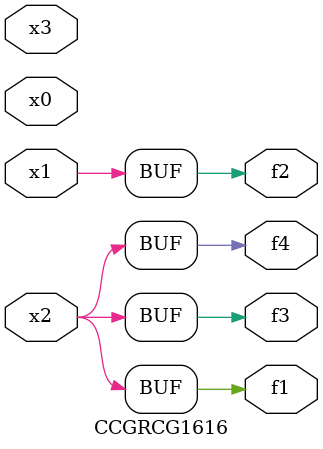
<source format=v>
module CCGRCG1616(
	input x0, x1, x2, x3,
	output f1, f2, f3, f4
);
	assign f1 = x2;
	assign f2 = x1;
	assign f3 = x2;
	assign f4 = x2;
endmodule

</source>
